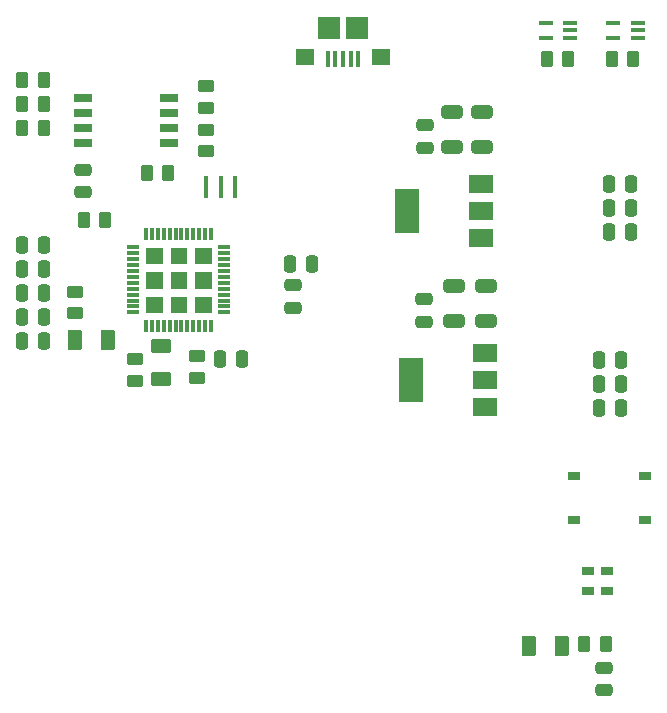
<source format=gbr>
%TF.GenerationSoftware,KiCad,Pcbnew,(6.0.5-0)*%
%TF.CreationDate,2022-06-28T13:32:59-07:00*%
%TF.ProjectId,caravel_pcb_v3_FTDI_flexy,63617261-7665-46c5-9f70-63625f76335f,rev?*%
%TF.SameCoordinates,Original*%
%TF.FileFunction,Paste,Top*%
%TF.FilePolarity,Positive*%
%FSLAX46Y46*%
G04 Gerber Fmt 4.6, Leading zero omitted, Abs format (unit mm)*
G04 Created by KiCad (PCBNEW (6.0.5-0)) date 2022-06-28 13:32:59*
%MOMM*%
%LPD*%
G01*
G04 APERTURE LIST*
G04 Aperture macros list*
%AMRoundRect*
0 Rectangle with rounded corners*
0 $1 Rounding radius*
0 $2 $3 $4 $5 $6 $7 $8 $9 X,Y pos of 4 corners*
0 Add a 4 corners polygon primitive as box body*
4,1,4,$2,$3,$4,$5,$6,$7,$8,$9,$2,$3,0*
0 Add four circle primitives for the rounded corners*
1,1,$1+$1,$2,$3*
1,1,$1+$1,$4,$5*
1,1,$1+$1,$6,$7*
1,1,$1+$1,$8,$9*
0 Add four rect primitives between the rounded corners*
20,1,$1+$1,$2,$3,$4,$5,0*
20,1,$1+$1,$4,$5,$6,$7,0*
20,1,$1+$1,$6,$7,$8,$9,0*
20,1,$1+$1,$8,$9,$2,$3,0*%
G04 Aperture macros list end*
%ADD10C,0.010000*%
%ADD11R,0.400000X1.350000*%
%ADD12R,1.600000X1.400000*%
%ADD13R,1.900000X1.900000*%
%ADD14R,2.000000X1.500000*%
%ADD15R,2.000000X3.800000*%
%ADD16RoundRect,0.250000X-0.375000X-0.625000X0.375000X-0.625000X0.375000X0.625000X-0.375000X0.625000X0*%
%ADD17RoundRect,0.250000X-0.250000X-0.475000X0.250000X-0.475000X0.250000X0.475000X-0.250000X0.475000X0*%
%ADD18R,1.650000X0.650000*%
%ADD19RoundRect,0.250000X-0.650000X0.325000X-0.650000X-0.325000X0.650000X-0.325000X0.650000X0.325000X0*%
%ADD20R,1.168400X0.355600*%
%ADD21RoundRect,0.250000X0.375000X0.625000X-0.375000X0.625000X-0.375000X-0.625000X0.375000X-0.625000X0*%
%ADD22RoundRect,0.250000X-0.625000X0.375000X-0.625000X-0.375000X0.625000X-0.375000X0.625000X0.375000X0*%
%ADD23RoundRect,0.250000X0.262500X0.450000X-0.262500X0.450000X-0.262500X-0.450000X0.262500X-0.450000X0*%
%ADD24RoundRect,0.250000X0.475000X-0.250000X0.475000X0.250000X-0.475000X0.250000X-0.475000X-0.250000X0*%
%ADD25RoundRect,0.250000X-0.475000X0.250000X-0.475000X-0.250000X0.475000X-0.250000X0.475000X0.250000X0*%
%ADD26RoundRect,0.250000X-0.262500X-0.450000X0.262500X-0.450000X0.262500X0.450000X-0.262500X0.450000X0*%
%ADD27R,1.000000X0.700000*%
%ADD28RoundRect,0.250000X0.450000X-0.262500X0.450000X0.262500X-0.450000X0.262500X-0.450000X-0.262500X0*%
%ADD29R,1.016000X0.660400*%
%ADD30RoundRect,0.250000X-0.450000X0.262500X-0.450000X-0.262500X0.450000X-0.262500X0.450000X0.262500X0*%
%ADD31RoundRect,0.250000X0.250000X0.475000X-0.250000X0.475000X-0.250000X-0.475000X0.250000X-0.475000X0*%
%ADD32RoundRect,0.008100X-0.126900X0.471900X-0.126900X-0.471900X0.126900X-0.471900X0.126900X0.471900X0*%
%ADD33RoundRect,0.008100X-0.471900X-0.126900X0.471900X-0.126900X0.471900X0.126900X-0.471900X0.126900X0*%
%ADD34R,0.400000X1.900000*%
G04 APERTURE END LIST*
%TO.C,U1*%
G36*
X126804000Y-80246000D02*
G01*
X125494000Y-80246000D01*
X125494000Y-78936000D01*
X126804000Y-78936000D01*
X126804000Y-80246000D01*
G37*
D10*
X126804000Y-80246000D02*
X125494000Y-80246000D01*
X125494000Y-78936000D01*
X126804000Y-78936000D01*
X126804000Y-80246000D01*
G36*
X124734000Y-82316000D02*
G01*
X123424000Y-82316000D01*
X123424000Y-81006000D01*
X124734000Y-81006000D01*
X124734000Y-82316000D01*
G37*
X124734000Y-82316000D02*
X123424000Y-82316000D01*
X123424000Y-81006000D01*
X124734000Y-81006000D01*
X124734000Y-82316000D01*
G36*
X122664000Y-84386000D02*
G01*
X121354000Y-84386000D01*
X121354000Y-83076000D01*
X122664000Y-83076000D01*
X122664000Y-84386000D01*
G37*
X122664000Y-84386000D02*
X121354000Y-84386000D01*
X121354000Y-83076000D01*
X122664000Y-83076000D01*
X122664000Y-84386000D01*
G36*
X124734000Y-80246000D02*
G01*
X123424000Y-80246000D01*
X123424000Y-78936000D01*
X124734000Y-78936000D01*
X124734000Y-80246000D01*
G37*
X124734000Y-80246000D02*
X123424000Y-80246000D01*
X123424000Y-78936000D01*
X124734000Y-78936000D01*
X124734000Y-80246000D01*
G36*
X126804000Y-84386000D02*
G01*
X125494000Y-84386000D01*
X125494000Y-83076000D01*
X126804000Y-83076000D01*
X126804000Y-84386000D01*
G37*
X126804000Y-84386000D02*
X125494000Y-84386000D01*
X125494000Y-83076000D01*
X126804000Y-83076000D01*
X126804000Y-84386000D01*
G36*
X122664000Y-82316000D02*
G01*
X121354000Y-82316000D01*
X121354000Y-81006000D01*
X122664000Y-81006000D01*
X122664000Y-82316000D01*
G37*
X122664000Y-82316000D02*
X121354000Y-82316000D01*
X121354000Y-81006000D01*
X122664000Y-81006000D01*
X122664000Y-82316000D01*
G36*
X122664000Y-80246000D02*
G01*
X121354000Y-80246000D01*
X121354000Y-78936000D01*
X122664000Y-78936000D01*
X122664000Y-80246000D01*
G37*
X122664000Y-80246000D02*
X121354000Y-80246000D01*
X121354000Y-78936000D01*
X122664000Y-78936000D01*
X122664000Y-80246000D01*
G36*
X124734000Y-84386000D02*
G01*
X123424000Y-84386000D01*
X123424000Y-83076000D01*
X124734000Y-83076000D01*
X124734000Y-84386000D01*
G37*
X124734000Y-84386000D02*
X123424000Y-84386000D01*
X123424000Y-83076000D01*
X124734000Y-83076000D01*
X124734000Y-84386000D01*
G36*
X126804000Y-82316000D02*
G01*
X125494000Y-82316000D01*
X125494000Y-81006000D01*
X126804000Y-81006000D01*
X126804000Y-82316000D01*
G37*
X126804000Y-82316000D02*
X125494000Y-82316000D01*
X125494000Y-81006000D01*
X126804000Y-81006000D01*
X126804000Y-82316000D01*
%TD*%
D11*
%TO.C,J1*%
X139300000Y-63000000D03*
X138650000Y-63000000D03*
X138000000Y-63000000D03*
X137350000Y-63000000D03*
X136700000Y-63000000D03*
D12*
X141200000Y-62775000D03*
X134800000Y-62775000D03*
D13*
X136800000Y-60325000D03*
X139200000Y-60325000D03*
%TD*%
D14*
%TO.C,U5*%
X150063600Y-92444600D03*
X150063600Y-90144600D03*
X150063600Y-87844600D03*
D15*
X143763600Y-90144600D03*
%TD*%
D16*
%TO.C,D3*%
X153770500Y-112649000D03*
X156570500Y-112649000D03*
%TD*%
D17*
%TO.C,C4*%
X110810000Y-78740000D03*
X112710000Y-78740000D03*
%TD*%
D18*
%TO.C,U7*%
X123234000Y-70104000D03*
X123234000Y-68834000D03*
X123234000Y-67564000D03*
X123234000Y-66294000D03*
X116034000Y-66294000D03*
X116034000Y-67564000D03*
X116034000Y-68834000D03*
X116034000Y-70104000D03*
%TD*%
D19*
%TO.C,C12*%
X147370800Y-82167200D03*
X147370800Y-85117200D03*
%TD*%
D20*
%TO.C,U2*%
X157251400Y-61199200D03*
X157251400Y-60538800D03*
X157251400Y-59878400D03*
X155168600Y-59878400D03*
X155168600Y-61199200D03*
%TD*%
D17*
%TO.C,C6*%
X110810000Y-82804000D03*
X112710000Y-82804000D03*
%TD*%
%TO.C,C17*%
X159644000Y-92481400D03*
X161544000Y-92481400D03*
%TD*%
D21*
%TO.C,D2*%
X118113000Y-86741000D03*
X115313000Y-86741000D03*
%TD*%
D22*
%TO.C,D1*%
X122555000Y-87246000D03*
X122555000Y-90046000D03*
%TD*%
D23*
%TO.C,R10*%
X112672500Y-64770000D03*
X110847500Y-64770000D03*
%TD*%
D24*
%TO.C,C15*%
X160123500Y-116393000D03*
X160123500Y-114493000D03*
%TD*%
D25*
%TO.C,C14*%
X144881600Y-83301800D03*
X144881600Y-85201800D03*
%TD*%
D26*
%TO.C,R5*%
X160758500Y-62977200D03*
X162583500Y-62977200D03*
%TD*%
D23*
%TO.C,R7*%
X123213500Y-72644000D03*
X121388500Y-72644000D03*
%TD*%
%TO.C,R11*%
X160274000Y-112522000D03*
X158449000Y-112522000D03*
%TD*%
D26*
%TO.C,R6*%
X155246700Y-62977200D03*
X157071700Y-62977200D03*
%TD*%
D17*
%TO.C,C8*%
X110810000Y-86868000D03*
X112710000Y-86868000D03*
%TD*%
%TO.C,C5*%
X110810000Y-80772000D03*
X112710000Y-80772000D03*
%TD*%
D27*
%TO.C,SW1*%
X157580700Y-101951400D03*
X163580700Y-101951400D03*
X157580700Y-98251400D03*
X163580700Y-98251400D03*
%TD*%
D28*
%TO.C,R8*%
X126390400Y-70762500D03*
X126390400Y-68937500D03*
%TD*%
D23*
%TO.C,R13*%
X112672500Y-68834000D03*
X110847500Y-68834000D03*
%TD*%
D29*
%TO.C,X1*%
X160364800Y-107988100D03*
X160364800Y-106337100D03*
X158764600Y-106337100D03*
X158764600Y-107988100D03*
%TD*%
D30*
%TO.C,R1*%
X125603000Y-88114500D03*
X125603000Y-89939500D03*
%TD*%
D25*
%TO.C,C13*%
X144932400Y-68569800D03*
X144932400Y-70469800D03*
%TD*%
%TO.C,C22*%
X116027200Y-72329000D03*
X116027200Y-74229000D03*
%TD*%
D17*
%TO.C,C19*%
X159644000Y-90449400D03*
X161544000Y-90449400D03*
%TD*%
D14*
%TO.C,U4*%
X149708000Y-78119000D03*
X149708000Y-75819000D03*
X149708000Y-73519000D03*
D15*
X143408000Y-75819000D03*
%TD*%
D31*
%TO.C,C2*%
X135392200Y-80314800D03*
X133492200Y-80314800D03*
%TD*%
%TO.C,C20*%
X162428000Y-77647800D03*
X160528000Y-77647800D03*
%TD*%
D24*
%TO.C,C3*%
X133731000Y-84008000D03*
X133731000Y-82108000D03*
%TD*%
D31*
%TO.C,C16*%
X162428000Y-73533000D03*
X160528000Y-73533000D03*
%TD*%
D28*
%TO.C,R3*%
X120396000Y-90193500D03*
X120396000Y-88368500D03*
%TD*%
%TO.C,R4*%
X115316000Y-84478500D03*
X115316000Y-82653500D03*
%TD*%
D19*
%TO.C,C9*%
X147269200Y-67486000D03*
X147269200Y-70436000D03*
%TD*%
D32*
%TO.C,U1*%
X126829000Y-77786000D03*
X126329000Y-77786000D03*
X125829000Y-77786000D03*
X125329000Y-77786000D03*
X124829000Y-77786000D03*
X124329000Y-77786000D03*
X123829000Y-77786000D03*
X123329000Y-77786000D03*
X122829000Y-77786000D03*
X122329000Y-77786000D03*
X121829000Y-77786000D03*
X121329000Y-77786000D03*
D33*
X120204000Y-78911000D03*
X120204000Y-79411000D03*
X120204000Y-79911000D03*
X120204000Y-80411000D03*
X120204000Y-80911000D03*
X120204000Y-81411000D03*
X120204000Y-81911000D03*
X120204000Y-82411000D03*
X120204000Y-82911000D03*
X120204000Y-83411000D03*
X120204000Y-83911000D03*
X120204000Y-84411000D03*
D32*
X121329000Y-85536000D03*
X121829000Y-85536000D03*
X122329000Y-85536000D03*
X122829000Y-85536000D03*
X123329000Y-85536000D03*
X123829000Y-85536000D03*
X124329000Y-85536000D03*
X124829000Y-85536000D03*
X125329000Y-85536000D03*
X125829000Y-85536000D03*
X126329000Y-85536000D03*
X126829000Y-85536000D03*
D33*
X127954000Y-84411000D03*
X127954000Y-83911000D03*
X127954000Y-83411000D03*
X127954000Y-82911000D03*
X127954000Y-82411000D03*
X127954000Y-81911000D03*
X127954000Y-81411000D03*
X127954000Y-80911000D03*
X127954000Y-80411000D03*
X127954000Y-79911000D03*
X127954000Y-79411000D03*
X127954000Y-78911000D03*
%TD*%
D19*
%TO.C,C10*%
X150114000Y-82167200D03*
X150114000Y-85117200D03*
%TD*%
D20*
%TO.C,U3*%
X162966400Y-61199200D03*
X162966400Y-60538800D03*
X162966400Y-59878400D03*
X160883600Y-59878400D03*
X160883600Y-61199200D03*
%TD*%
D31*
%TO.C,C1*%
X129474000Y-88392000D03*
X127574000Y-88392000D03*
%TD*%
D19*
%TO.C,C11*%
X149809200Y-67486000D03*
X149809200Y-70436000D03*
%TD*%
D31*
%TO.C,C18*%
X162428000Y-75565000D03*
X160528000Y-75565000D03*
%TD*%
D34*
%TO.C,Y1*%
X128835000Y-73787000D03*
X127635000Y-73787000D03*
X126435000Y-73787000D03*
%TD*%
D30*
%TO.C,R9*%
X126390400Y-65279900D03*
X126390400Y-67104900D03*
%TD*%
D17*
%TO.C,C7*%
X110810000Y-84836000D03*
X112710000Y-84836000D03*
%TD*%
D23*
%TO.C,R12*%
X112672500Y-66802000D03*
X110847500Y-66802000D03*
%TD*%
D26*
%TO.C,R2*%
X116054500Y-76581000D03*
X117879500Y-76581000D03*
%TD*%
D17*
%TO.C,C21*%
X159644000Y-88417400D03*
X161544000Y-88417400D03*
%TD*%
M02*

</source>
